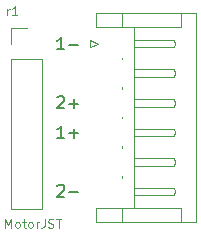
<source format=gto>
%TF.GenerationSoftware,KiCad,Pcbnew,5.99.0-unknown-9aa2d7e101~106~ubuntu20.04.1*%
%TF.CreationDate,2021-01-04T22:18:03-08:00*%
%TF.ProjectId,MotorJST,4d6f746f-724a-4535-942e-6b696361645f,rev?*%
%TF.SameCoordinates,PXb97d5a0PY81390e0*%
%TF.FileFunction,Legend,Top*%
%TF.FilePolarity,Positive*%
%FSLAX46Y46*%
G04 Gerber Fmt 4.6, Leading zero omitted, Abs format (unit mm)*
G04 Created by KiCad (PCBNEW 5.99.0-unknown-9aa2d7e101~106~ubuntu20.04.1) date 2021-01-04 22:18:03*
%MOMM*%
%LPD*%
G01*
G04 APERTURE LIST*
%ADD10C,0.150000*%
%ADD11C,0.100000*%
%ADD12C,0.120000*%
G04 APERTURE END LIST*
D10*
X5666666Y15547620D02*
X5095238Y15547620D01*
X5380952Y15547620D02*
X5380952Y16547620D01*
X5285714Y16404762D01*
X5190476Y16309524D01*
X5095238Y16261905D01*
X6095238Y15928572D02*
X6857142Y15928572D01*
X5095238Y3952381D02*
X5142857Y4000000D01*
X5238095Y4047620D01*
X5476190Y4047620D01*
X5571428Y4000000D01*
X5619047Y3952381D01*
X5666666Y3857143D01*
X5666666Y3761905D01*
X5619047Y3619048D01*
X5047619Y3047620D01*
X5666666Y3047620D01*
X6095238Y3428572D02*
X6857142Y3428572D01*
X5095238Y11452381D02*
X5142857Y11500000D01*
X5238095Y11547620D01*
X5476190Y11547620D01*
X5571428Y11500000D01*
X5619047Y11452381D01*
X5666666Y11357143D01*
X5666666Y11261905D01*
X5619047Y11119048D01*
X5047619Y10547620D01*
X5666666Y10547620D01*
X6095238Y10928572D02*
X6857142Y10928572D01*
X6476190Y10547620D02*
X6476190Y11309524D01*
X5666666Y8047620D02*
X5095238Y8047620D01*
X5380952Y8047620D02*
X5380952Y9047620D01*
X5285714Y8904762D01*
X5190476Y8809524D01*
X5095238Y8761905D01*
X6095238Y8428572D02*
X6857142Y8428572D01*
X6476190Y8047620D02*
X6476190Y8809524D01*
D11*
X839285Y18410715D02*
X839285Y18910715D01*
X839285Y18767858D02*
X875000Y18839286D01*
X910714Y18875000D01*
X982142Y18910715D01*
X1053571Y18910715D01*
X1696428Y18410715D02*
X1267857Y18410715D01*
X1482142Y18410715D02*
X1482142Y19160715D01*
X1410714Y19053572D01*
X1339285Y18982143D01*
X1267857Y18946429D01*
X696428Y410715D02*
X696428Y1160715D01*
X946428Y625000D01*
X1196428Y1160715D01*
X1196428Y410715D01*
X1660714Y410715D02*
X1589285Y446429D01*
X1553571Y482143D01*
X1517857Y553572D01*
X1517857Y767858D01*
X1553571Y839286D01*
X1589285Y875000D01*
X1660714Y910715D01*
X1767857Y910715D01*
X1839285Y875000D01*
X1875000Y839286D01*
X1910714Y767858D01*
X1910714Y553572D01*
X1875000Y482143D01*
X1839285Y446429D01*
X1767857Y410715D01*
X1660714Y410715D01*
X2125000Y910715D02*
X2410714Y910715D01*
X2232142Y1160715D02*
X2232142Y517858D01*
X2267857Y446429D01*
X2339285Y410715D01*
X2410714Y410715D01*
X2767857Y410715D02*
X2696428Y446429D01*
X2660714Y482143D01*
X2625000Y553572D01*
X2625000Y767858D01*
X2660714Y839286D01*
X2696428Y875000D01*
X2767857Y910715D01*
X2875000Y910715D01*
X2946428Y875000D01*
X2982142Y839286D01*
X3017857Y767858D01*
X3017857Y553572D01*
X2982142Y482143D01*
X2946428Y446429D01*
X2875000Y410715D01*
X2767857Y410715D01*
X3339285Y410715D02*
X3339285Y910715D01*
X3339285Y767858D02*
X3375000Y839286D01*
X3410714Y875000D01*
X3482142Y910715D01*
X3553571Y910715D01*
X4017857Y1160715D02*
X4017857Y625000D01*
X3982142Y517858D01*
X3910714Y446429D01*
X3803571Y410715D01*
X3732142Y410715D01*
X4339285Y446429D02*
X4446428Y410715D01*
X4625000Y410715D01*
X4696428Y446429D01*
X4732142Y482143D01*
X4767857Y553572D01*
X4767857Y625000D01*
X4732142Y696429D01*
X4696428Y732143D01*
X4625000Y767858D01*
X4482142Y803572D01*
X4410714Y839286D01*
X4375000Y875000D01*
X4339285Y946429D01*
X4339285Y1017858D01*
X4375000Y1089286D01*
X4410714Y1125000D01*
X4482142Y1160715D01*
X4660714Y1160715D01*
X4767857Y1125000D01*
X4982142Y1160715D02*
X5410714Y1160715D01*
X5196428Y410715D02*
X5196428Y1160715D01*
D12*
%TO.C,J1*%
X11590000Y16000000D02*
X11590000Y16320000D01*
X10590000Y4830000D02*
X10590000Y4670000D01*
X8390000Y2110000D02*
X10590000Y2110000D01*
X15590000Y890000D02*
X15590000Y2110000D01*
X15010000Y8820000D02*
X15090000Y8500000D01*
X8390000Y890000D02*
X8390000Y2110000D01*
X15010000Y3820000D02*
X15090000Y3500000D01*
X11590000Y3820000D02*
X15010000Y3820000D01*
X15090000Y6000000D02*
X15010000Y5680000D01*
X11590000Y15680000D02*
X11590000Y16000000D01*
X10590000Y7330000D02*
X10590000Y7170000D01*
X11590000Y17390000D02*
X11590000Y2110000D01*
X11590000Y5680000D02*
X11590000Y6000000D01*
X11590000Y11320000D02*
X15010000Y11320000D01*
X15590000Y18610000D02*
X15590000Y17390000D01*
X11590000Y8820000D02*
X15010000Y8820000D01*
X15090000Y3500000D02*
X15010000Y3180000D01*
X15010000Y11320000D02*
X15090000Y11000000D01*
X7900000Y16300000D02*
X7900000Y15700000D01*
X10590000Y14830000D02*
X10590000Y14670000D01*
X15010000Y13180000D02*
X11590000Y13180000D01*
X11590000Y13500000D02*
X11590000Y13820000D01*
X16810000Y890000D02*
X8390000Y890000D01*
X11590000Y3500000D02*
X11590000Y3820000D01*
X11590000Y13180000D02*
X11590000Y13500000D01*
X7900000Y15700000D02*
X8500000Y16000000D01*
X15010000Y3180000D02*
X11590000Y3180000D01*
X15090000Y11000000D02*
X15010000Y10680000D01*
X11590000Y8500000D02*
X11590000Y8820000D01*
X15590000Y17390000D02*
X10590000Y17390000D01*
X15010000Y15680000D02*
X11590000Y15680000D01*
X15010000Y13820000D02*
X15090000Y13500000D01*
X8390000Y17390000D02*
X8390000Y18610000D01*
X11590000Y11000000D02*
X11590000Y11320000D01*
X11590000Y8180000D02*
X11590000Y8500000D01*
X15010000Y6320000D02*
X15090000Y6000000D01*
X10590000Y17390000D02*
X10590000Y18610000D01*
X10590000Y2110000D02*
X10590000Y890000D01*
X11590000Y6320000D02*
X15010000Y6320000D01*
X15010000Y16320000D02*
X15090000Y16000000D01*
X10590000Y12330000D02*
X10590000Y12170000D01*
X16810000Y18610000D02*
X16810000Y890000D01*
X11590000Y16320000D02*
X15010000Y16320000D01*
X10590000Y17390000D02*
X8390000Y17390000D01*
X15590000Y2110000D02*
X10590000Y2110000D01*
X15010000Y5680000D02*
X11590000Y5680000D01*
X11590000Y3180000D02*
X11590000Y3500000D01*
X8390000Y18610000D02*
X16810000Y18610000D01*
X11590000Y10680000D02*
X11590000Y11000000D01*
X8500000Y16000000D02*
X7900000Y16300000D01*
X15090000Y16000000D02*
X15010000Y15680000D01*
X11590000Y6000000D02*
X11590000Y6320000D01*
X15010000Y10680000D02*
X11590000Y10680000D01*
X15090000Y13500000D02*
X15010000Y13180000D01*
X10590000Y9830000D02*
X10590000Y9670000D01*
X15090000Y8500000D02*
X15010000Y8180000D01*
X15010000Y8180000D02*
X11590000Y8180000D01*
X11590000Y13820000D02*
X15010000Y13820000D01*
%TO.C,J2*%
X3830000Y14730000D02*
X3830000Y1970000D01*
X1170000Y14730000D02*
X3830000Y14730000D01*
X1170000Y14730000D02*
X1170000Y1970000D01*
X1170000Y16000000D02*
X1170000Y17330000D01*
X1170000Y17330000D02*
X2500000Y17330000D01*
X1170000Y1970000D02*
X3830000Y1970000D01*
%TD*%
M02*

</source>
